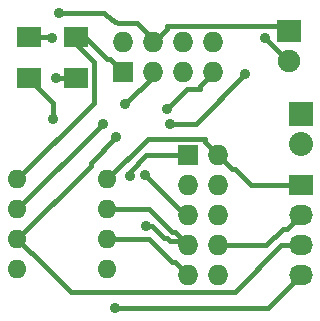
<source format=gbr>
G04 #@! TF.FileFunction,Copper,L2,Bot,Signal*
%FSLAX46Y46*%
G04 Gerber Fmt 4.6, Leading zero omitted, Abs format (unit mm)*
G04 Created by KiCad (PCBNEW 4.0.1-stable) date 2/3/2016 5:41:03 PM*
%MOMM*%
G01*
G04 APERTURE LIST*
%ADD10C,0.100000*%
%ADD11R,2.000000X1.900000*%
%ADD12C,1.900000*%
%ADD13O,1.600000X1.600000*%
%ADD14R,1.727200X1.727200*%
%ADD15O,1.727200X1.727200*%
%ADD16R,2.032000X1.727200*%
%ADD17O,2.032000X1.727200*%
%ADD18R,2.032000X2.032000*%
%ADD19O,2.032000X2.032000*%
%ADD20R,2.000000X1.700000*%
%ADD21C,0.889000*%
%ADD22C,0.400000*%
G04 APERTURE END LIST*
D10*
D11*
X151000000Y-100500000D03*
D12*
X151000000Y-103040000D03*
D13*
X128000000Y-113000000D03*
X128000000Y-115540000D03*
X128000000Y-118080000D03*
X128000000Y-120620000D03*
X135620000Y-120620000D03*
X135620000Y-118080000D03*
X135620000Y-115540000D03*
X135620000Y-113000000D03*
D14*
X142500000Y-111000000D03*
D15*
X145040000Y-111000000D03*
X142500000Y-113540000D03*
X145040000Y-113540000D03*
X142500000Y-116080000D03*
X145040000Y-116080000D03*
X142500000Y-118620000D03*
X145040000Y-118620000D03*
X142500000Y-121160000D03*
X145040000Y-121160000D03*
D14*
X137000000Y-104000000D03*
D15*
X137000000Y-101460000D03*
X139540000Y-104000000D03*
X139540000Y-101460000D03*
X142080000Y-104000000D03*
X142080000Y-101460000D03*
X144620000Y-104000000D03*
X144620000Y-101460000D03*
D16*
X152000000Y-113500000D03*
D17*
X152000000Y-116040000D03*
X152000000Y-118580000D03*
X152000000Y-121120000D03*
D18*
X152000000Y-107500000D03*
D19*
X152000000Y-110040000D03*
D20*
X133000000Y-101000000D03*
X129000000Y-101000000D03*
X129000000Y-104500000D03*
X133000000Y-104500000D03*
D21*
X130937000Y-101092000D03*
X131572000Y-98933000D03*
X148970000Y-101090000D03*
X131270000Y-104500000D03*
X138811000Y-112649000D03*
X135255000Y-108331000D03*
X137160000Y-106680000D03*
X136398000Y-109474000D03*
X137541000Y-112776000D03*
X147320000Y-104140000D03*
X140970000Y-108331000D03*
X138938000Y-116967000D03*
X140716000Y-107061000D03*
X136271000Y-123952000D03*
X131064000Y-107950000D03*
D22*
X130937000Y-101092000D02*
X130810000Y-100965000D01*
X130810000Y-100965000D02*
X129032000Y-100965000D01*
X129032000Y-100965000D02*
X129000000Y-101000000D01*
X145040000Y-111000000D02*
X145034000Y-110998000D01*
X145034000Y-110998000D02*
X146177000Y-112141000D01*
X146177000Y-112141000D02*
X146431000Y-112141000D01*
X146431000Y-112141000D02*
X147828000Y-113538000D01*
X147828000Y-113538000D02*
X152019000Y-113538000D01*
X152019000Y-113538000D02*
X152000000Y-113500000D01*
X135620000Y-113000000D02*
X135636000Y-113030000D01*
X135636000Y-113030000D02*
X139065000Y-109601000D01*
X139065000Y-109601000D02*
X143891000Y-109601000D01*
X143891000Y-109601000D02*
X143891000Y-109855000D01*
X143891000Y-109855000D02*
X145034000Y-110998000D01*
X145034000Y-110998000D02*
X145040000Y-111000000D01*
X139540000Y-101460000D02*
X139573000Y-101473000D01*
X139573000Y-101473000D02*
X139573000Y-101219000D01*
X139573000Y-101219000D02*
X138176000Y-99822000D01*
X138176000Y-99822000D02*
X136525000Y-99822000D01*
X136525000Y-99822000D02*
X136398000Y-99695000D01*
X136398000Y-99695000D02*
X136271000Y-99695000D01*
X136271000Y-99695000D02*
X136144000Y-99568000D01*
X136144000Y-99568000D02*
X136017000Y-99568000D01*
X136017000Y-99568000D02*
X135382000Y-98933000D01*
X135382000Y-98933000D02*
X131572000Y-98933000D01*
X152000000Y-116040000D02*
X152019000Y-116078000D01*
X152019000Y-116078000D02*
X150876000Y-117221000D01*
X150876000Y-117221000D02*
X150495000Y-117221000D01*
X150495000Y-117221000D02*
X149098000Y-118618000D01*
X149098000Y-118618000D02*
X145034000Y-118618000D01*
X145034000Y-118618000D02*
X145040000Y-118620000D01*
X151000000Y-100500000D02*
X151003000Y-100457000D01*
X151003000Y-100457000D02*
X150622000Y-100076000D01*
X150622000Y-100076000D02*
X140716000Y-100076000D01*
X140716000Y-100076000D02*
X140716000Y-100330000D01*
X140716000Y-100330000D02*
X139573000Y-101473000D01*
X139573000Y-101473000D02*
X139540000Y-101460000D01*
X133000000Y-104500000D02*
X131270000Y-104500000D01*
X148970000Y-101090000D02*
X150920000Y-103040000D01*
X150920000Y-103040000D02*
X151000000Y-103040000D01*
X151000000Y-103040000D02*
X151003000Y-102997000D01*
X132969000Y-104521000D02*
X133000000Y-104500000D01*
X138811000Y-112649000D02*
X142240000Y-116078000D01*
X142240000Y-116078000D02*
X142494000Y-116078000D01*
X142494000Y-116078000D02*
X142500000Y-116080000D01*
X133000000Y-101000000D02*
X132969000Y-100965000D01*
X132969000Y-100965000D02*
X132969000Y-101600000D01*
X132969000Y-101600000D02*
X134493000Y-103124000D01*
X134493000Y-103124000D02*
X134493000Y-106553000D01*
X134493000Y-106553000D02*
X128016000Y-113030000D01*
X128016000Y-113030000D02*
X128000000Y-113000000D01*
X137000000Y-104000000D02*
X137033000Y-104013000D01*
X137033000Y-104013000D02*
X135890000Y-102870000D01*
X135890000Y-102870000D02*
X135636000Y-102870000D01*
X135636000Y-102870000D02*
X133731000Y-100965000D01*
X133731000Y-100965000D02*
X132969000Y-100965000D01*
X132969000Y-100965000D02*
X133000000Y-101000000D01*
X135255000Y-108331000D02*
X128016000Y-115570000D01*
X128016000Y-115570000D02*
X128000000Y-115540000D01*
X139540000Y-104000000D02*
X139573000Y-104013000D01*
X139573000Y-104013000D02*
X139573000Y-104267000D01*
X139573000Y-104267000D02*
X137160000Y-106680000D01*
X136398000Y-109474000D02*
X134239000Y-111633000D01*
X134239000Y-111633000D02*
X134239000Y-111887000D01*
X134239000Y-111887000D02*
X128016000Y-118110000D01*
X128016000Y-118110000D02*
X128000000Y-118080000D01*
X128000000Y-118080000D02*
X128016000Y-118110000D01*
X128016000Y-118110000D02*
X129159000Y-119253000D01*
X129159000Y-119253000D02*
X129286000Y-119253000D01*
X129286000Y-119253000D02*
X132588000Y-122555000D01*
X132588000Y-122555000D02*
X146431000Y-122555000D01*
X146431000Y-122555000D02*
X150368000Y-118618000D01*
X150368000Y-118618000D02*
X152019000Y-118618000D01*
X152019000Y-118618000D02*
X152000000Y-118580000D01*
X137541000Y-112776000D02*
X137541000Y-112395000D01*
X137541000Y-112395000D02*
X138938000Y-110998000D01*
X138938000Y-110998000D02*
X142494000Y-110998000D01*
X142494000Y-110998000D02*
X142500000Y-111000000D01*
X147320000Y-104140000D02*
X143129000Y-108331000D01*
X143129000Y-108331000D02*
X140970000Y-108331000D01*
X142500000Y-121160000D02*
X142494000Y-121158000D01*
X142494000Y-121158000D02*
X141351000Y-120015000D01*
X141351000Y-120015000D02*
X141097000Y-120015000D01*
X141097000Y-120015000D02*
X139192000Y-118110000D01*
X139192000Y-118110000D02*
X135636000Y-118110000D01*
X135636000Y-118110000D02*
X135620000Y-118080000D01*
X142500000Y-118620000D02*
X142494000Y-118618000D01*
X142494000Y-118618000D02*
X142113000Y-118237000D01*
X142113000Y-118237000D02*
X140970000Y-118237000D01*
X140970000Y-118237000D02*
X140716000Y-117983000D01*
X140716000Y-117983000D02*
X140462000Y-117983000D01*
X140462000Y-117983000D02*
X139446000Y-116967000D01*
X139446000Y-116967000D02*
X138938000Y-116967000D01*
X140716000Y-107061000D02*
X142367000Y-105410000D01*
X142367000Y-105410000D02*
X143510000Y-105410000D01*
X143510000Y-105410000D02*
X143510000Y-105156000D01*
X143510000Y-105156000D02*
X144653000Y-104013000D01*
X144653000Y-104013000D02*
X144620000Y-104000000D01*
X142500000Y-118620000D02*
X142494000Y-118618000D01*
X142494000Y-118618000D02*
X141351000Y-117475000D01*
X141351000Y-117475000D02*
X141097000Y-117475000D01*
X141097000Y-117475000D02*
X139192000Y-115570000D01*
X139192000Y-115570000D02*
X135636000Y-115570000D01*
X135636000Y-115570000D02*
X135620000Y-115540000D01*
X152000000Y-121120000D02*
X152019000Y-121158000D01*
X152019000Y-121158000D02*
X149225000Y-123952000D01*
X149225000Y-123952000D02*
X136271000Y-123952000D01*
X131064000Y-107950000D02*
X131064000Y-106553000D01*
X131064000Y-106553000D02*
X129032000Y-104521000D01*
X129032000Y-104521000D02*
X129000000Y-104500000D01*
M02*

</source>
